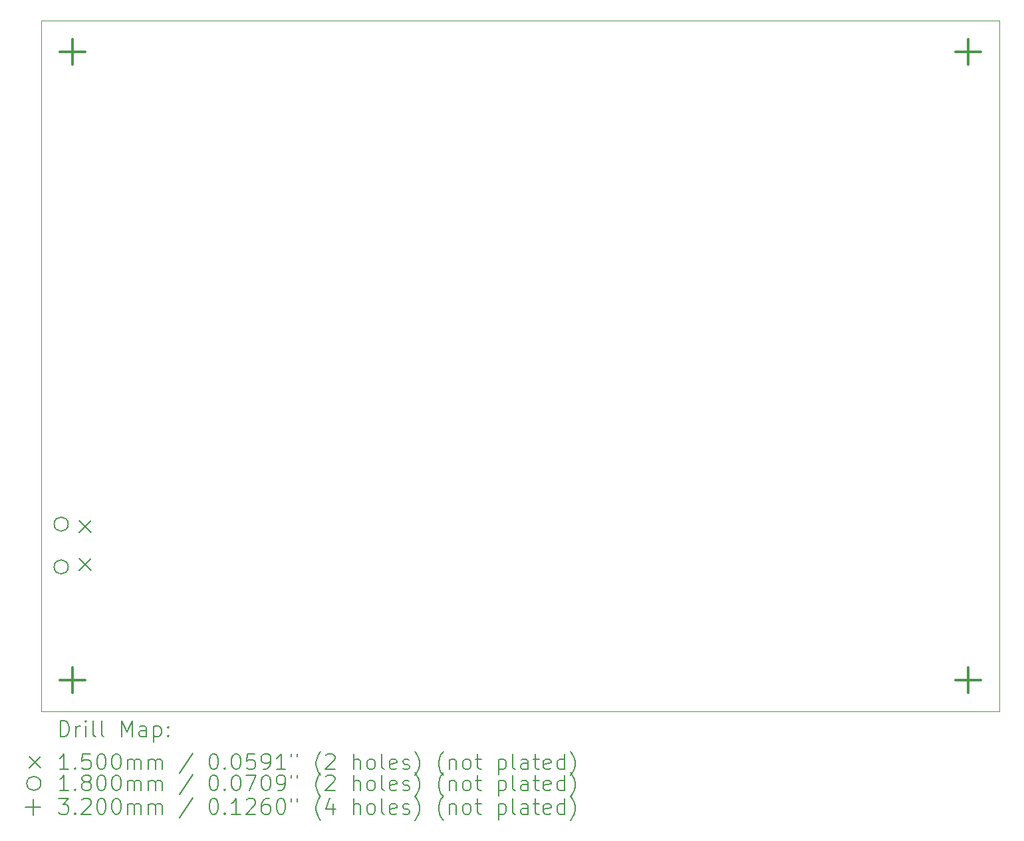
<source format=gbr>
%TF.GenerationSoftware,KiCad,Pcbnew,7.0.1*%
%TF.CreationDate,2023-04-21T09:20:27-07:00*%
%TF.ProjectId,lipo_drainer_schematic,6c69706f-5f64-4726-9169-6e65725f7363,rev?*%
%TF.SameCoordinates,Original*%
%TF.FileFunction,Drillmap*%
%TF.FilePolarity,Positive*%
%FSLAX45Y45*%
G04 Gerber Fmt 4.5, Leading zero omitted, Abs format (unit mm)*
G04 Created by KiCad (PCBNEW 7.0.1) date 2023-04-21 09:20:27*
%MOMM*%
%LPD*%
G01*
G04 APERTURE LIST*
%ADD10C,0.100000*%
%ADD11C,0.200000*%
%ADD12C,0.150000*%
%ADD13C,0.180000*%
%ADD14C,0.320000*%
G04 APERTURE END LIST*
D10*
X8800000Y-5000000D02*
X21000000Y-5000000D01*
X21000000Y-13800000D01*
X8800000Y-13800000D01*
X8800000Y-5000000D01*
D11*
D12*
X9281000Y-11368500D02*
X9431000Y-11518500D01*
X9431000Y-11368500D02*
X9281000Y-11518500D01*
X9281000Y-11853500D02*
X9431000Y-12003500D01*
X9431000Y-11853500D02*
X9281000Y-12003500D01*
D13*
X9143000Y-11413500D02*
G75*
G03*
X9143000Y-11413500I-90000J0D01*
G01*
X9143000Y-11958500D02*
G75*
G03*
X9143000Y-11958500I-90000J0D01*
G01*
D14*
X9200000Y-5240000D02*
X9200000Y-5560000D01*
X9040000Y-5400000D02*
X9360000Y-5400000D01*
X9200000Y-13240000D02*
X9200000Y-13560000D01*
X9040000Y-13400000D02*
X9360000Y-13400000D01*
X20600000Y-5240000D02*
X20600000Y-5560000D01*
X20440000Y-5400000D02*
X20760000Y-5400000D01*
X20600000Y-13240000D02*
X20600000Y-13560000D01*
X20440000Y-13400000D02*
X20760000Y-13400000D01*
D11*
X9042619Y-14117524D02*
X9042619Y-13917524D01*
X9042619Y-13917524D02*
X9090238Y-13917524D01*
X9090238Y-13917524D02*
X9118810Y-13927048D01*
X9118810Y-13927048D02*
X9137857Y-13946095D01*
X9137857Y-13946095D02*
X9147381Y-13965143D01*
X9147381Y-13965143D02*
X9156905Y-14003238D01*
X9156905Y-14003238D02*
X9156905Y-14031809D01*
X9156905Y-14031809D02*
X9147381Y-14069905D01*
X9147381Y-14069905D02*
X9137857Y-14088952D01*
X9137857Y-14088952D02*
X9118810Y-14108000D01*
X9118810Y-14108000D02*
X9090238Y-14117524D01*
X9090238Y-14117524D02*
X9042619Y-14117524D01*
X9242619Y-14117524D02*
X9242619Y-13984190D01*
X9242619Y-14022286D02*
X9252143Y-14003238D01*
X9252143Y-14003238D02*
X9261667Y-13993714D01*
X9261667Y-13993714D02*
X9280714Y-13984190D01*
X9280714Y-13984190D02*
X9299762Y-13984190D01*
X9366429Y-14117524D02*
X9366429Y-13984190D01*
X9366429Y-13917524D02*
X9356905Y-13927048D01*
X9356905Y-13927048D02*
X9366429Y-13936571D01*
X9366429Y-13936571D02*
X9375952Y-13927048D01*
X9375952Y-13927048D02*
X9366429Y-13917524D01*
X9366429Y-13917524D02*
X9366429Y-13936571D01*
X9490238Y-14117524D02*
X9471190Y-14108000D01*
X9471190Y-14108000D02*
X9461667Y-14088952D01*
X9461667Y-14088952D02*
X9461667Y-13917524D01*
X9595000Y-14117524D02*
X9575952Y-14108000D01*
X9575952Y-14108000D02*
X9566429Y-14088952D01*
X9566429Y-14088952D02*
X9566429Y-13917524D01*
X9823571Y-14117524D02*
X9823571Y-13917524D01*
X9823571Y-13917524D02*
X9890238Y-14060381D01*
X9890238Y-14060381D02*
X9956905Y-13917524D01*
X9956905Y-13917524D02*
X9956905Y-14117524D01*
X10137857Y-14117524D02*
X10137857Y-14012762D01*
X10137857Y-14012762D02*
X10128333Y-13993714D01*
X10128333Y-13993714D02*
X10109286Y-13984190D01*
X10109286Y-13984190D02*
X10071190Y-13984190D01*
X10071190Y-13984190D02*
X10052143Y-13993714D01*
X10137857Y-14108000D02*
X10118810Y-14117524D01*
X10118810Y-14117524D02*
X10071190Y-14117524D01*
X10071190Y-14117524D02*
X10052143Y-14108000D01*
X10052143Y-14108000D02*
X10042619Y-14088952D01*
X10042619Y-14088952D02*
X10042619Y-14069905D01*
X10042619Y-14069905D02*
X10052143Y-14050857D01*
X10052143Y-14050857D02*
X10071190Y-14041333D01*
X10071190Y-14041333D02*
X10118810Y-14041333D01*
X10118810Y-14041333D02*
X10137857Y-14031809D01*
X10233095Y-13984190D02*
X10233095Y-14184190D01*
X10233095Y-13993714D02*
X10252143Y-13984190D01*
X10252143Y-13984190D02*
X10290238Y-13984190D01*
X10290238Y-13984190D02*
X10309286Y-13993714D01*
X10309286Y-13993714D02*
X10318810Y-14003238D01*
X10318810Y-14003238D02*
X10328333Y-14022286D01*
X10328333Y-14022286D02*
X10328333Y-14079428D01*
X10328333Y-14079428D02*
X10318810Y-14098476D01*
X10318810Y-14098476D02*
X10309286Y-14108000D01*
X10309286Y-14108000D02*
X10290238Y-14117524D01*
X10290238Y-14117524D02*
X10252143Y-14117524D01*
X10252143Y-14117524D02*
X10233095Y-14108000D01*
X10414048Y-14098476D02*
X10423571Y-14108000D01*
X10423571Y-14108000D02*
X10414048Y-14117524D01*
X10414048Y-14117524D02*
X10404524Y-14108000D01*
X10404524Y-14108000D02*
X10414048Y-14098476D01*
X10414048Y-14098476D02*
X10414048Y-14117524D01*
X10414048Y-13993714D02*
X10423571Y-14003238D01*
X10423571Y-14003238D02*
X10414048Y-14012762D01*
X10414048Y-14012762D02*
X10404524Y-14003238D01*
X10404524Y-14003238D02*
X10414048Y-13993714D01*
X10414048Y-13993714D02*
X10414048Y-14012762D01*
D12*
X8645000Y-14370000D02*
X8795000Y-14520000D01*
X8795000Y-14370000D02*
X8645000Y-14520000D01*
D11*
X9147381Y-14537524D02*
X9033095Y-14537524D01*
X9090238Y-14537524D02*
X9090238Y-14337524D01*
X9090238Y-14337524D02*
X9071190Y-14366095D01*
X9071190Y-14366095D02*
X9052143Y-14385143D01*
X9052143Y-14385143D02*
X9033095Y-14394667D01*
X9233095Y-14518476D02*
X9242619Y-14528000D01*
X9242619Y-14528000D02*
X9233095Y-14537524D01*
X9233095Y-14537524D02*
X9223571Y-14528000D01*
X9223571Y-14528000D02*
X9233095Y-14518476D01*
X9233095Y-14518476D02*
X9233095Y-14537524D01*
X9423571Y-14337524D02*
X9328333Y-14337524D01*
X9328333Y-14337524D02*
X9318810Y-14432762D01*
X9318810Y-14432762D02*
X9328333Y-14423238D01*
X9328333Y-14423238D02*
X9347381Y-14413714D01*
X9347381Y-14413714D02*
X9395000Y-14413714D01*
X9395000Y-14413714D02*
X9414048Y-14423238D01*
X9414048Y-14423238D02*
X9423571Y-14432762D01*
X9423571Y-14432762D02*
X9433095Y-14451809D01*
X9433095Y-14451809D02*
X9433095Y-14499428D01*
X9433095Y-14499428D02*
X9423571Y-14518476D01*
X9423571Y-14518476D02*
X9414048Y-14528000D01*
X9414048Y-14528000D02*
X9395000Y-14537524D01*
X9395000Y-14537524D02*
X9347381Y-14537524D01*
X9347381Y-14537524D02*
X9328333Y-14528000D01*
X9328333Y-14528000D02*
X9318810Y-14518476D01*
X9556905Y-14337524D02*
X9575952Y-14337524D01*
X9575952Y-14337524D02*
X9595000Y-14347048D01*
X9595000Y-14347048D02*
X9604524Y-14356571D01*
X9604524Y-14356571D02*
X9614048Y-14375619D01*
X9614048Y-14375619D02*
X9623571Y-14413714D01*
X9623571Y-14413714D02*
X9623571Y-14461333D01*
X9623571Y-14461333D02*
X9614048Y-14499428D01*
X9614048Y-14499428D02*
X9604524Y-14518476D01*
X9604524Y-14518476D02*
X9595000Y-14528000D01*
X9595000Y-14528000D02*
X9575952Y-14537524D01*
X9575952Y-14537524D02*
X9556905Y-14537524D01*
X9556905Y-14537524D02*
X9537857Y-14528000D01*
X9537857Y-14528000D02*
X9528333Y-14518476D01*
X9528333Y-14518476D02*
X9518810Y-14499428D01*
X9518810Y-14499428D02*
X9509286Y-14461333D01*
X9509286Y-14461333D02*
X9509286Y-14413714D01*
X9509286Y-14413714D02*
X9518810Y-14375619D01*
X9518810Y-14375619D02*
X9528333Y-14356571D01*
X9528333Y-14356571D02*
X9537857Y-14347048D01*
X9537857Y-14347048D02*
X9556905Y-14337524D01*
X9747381Y-14337524D02*
X9766429Y-14337524D01*
X9766429Y-14337524D02*
X9785476Y-14347048D01*
X9785476Y-14347048D02*
X9795000Y-14356571D01*
X9795000Y-14356571D02*
X9804524Y-14375619D01*
X9804524Y-14375619D02*
X9814048Y-14413714D01*
X9814048Y-14413714D02*
X9814048Y-14461333D01*
X9814048Y-14461333D02*
X9804524Y-14499428D01*
X9804524Y-14499428D02*
X9795000Y-14518476D01*
X9795000Y-14518476D02*
X9785476Y-14528000D01*
X9785476Y-14528000D02*
X9766429Y-14537524D01*
X9766429Y-14537524D02*
X9747381Y-14537524D01*
X9747381Y-14537524D02*
X9728333Y-14528000D01*
X9728333Y-14528000D02*
X9718810Y-14518476D01*
X9718810Y-14518476D02*
X9709286Y-14499428D01*
X9709286Y-14499428D02*
X9699762Y-14461333D01*
X9699762Y-14461333D02*
X9699762Y-14413714D01*
X9699762Y-14413714D02*
X9709286Y-14375619D01*
X9709286Y-14375619D02*
X9718810Y-14356571D01*
X9718810Y-14356571D02*
X9728333Y-14347048D01*
X9728333Y-14347048D02*
X9747381Y-14337524D01*
X9899762Y-14537524D02*
X9899762Y-14404190D01*
X9899762Y-14423238D02*
X9909286Y-14413714D01*
X9909286Y-14413714D02*
X9928333Y-14404190D01*
X9928333Y-14404190D02*
X9956905Y-14404190D01*
X9956905Y-14404190D02*
X9975952Y-14413714D01*
X9975952Y-14413714D02*
X9985476Y-14432762D01*
X9985476Y-14432762D02*
X9985476Y-14537524D01*
X9985476Y-14432762D02*
X9995000Y-14413714D01*
X9995000Y-14413714D02*
X10014048Y-14404190D01*
X10014048Y-14404190D02*
X10042619Y-14404190D01*
X10042619Y-14404190D02*
X10061667Y-14413714D01*
X10061667Y-14413714D02*
X10071191Y-14432762D01*
X10071191Y-14432762D02*
X10071191Y-14537524D01*
X10166429Y-14537524D02*
X10166429Y-14404190D01*
X10166429Y-14423238D02*
X10175952Y-14413714D01*
X10175952Y-14413714D02*
X10195000Y-14404190D01*
X10195000Y-14404190D02*
X10223572Y-14404190D01*
X10223572Y-14404190D02*
X10242619Y-14413714D01*
X10242619Y-14413714D02*
X10252143Y-14432762D01*
X10252143Y-14432762D02*
X10252143Y-14537524D01*
X10252143Y-14432762D02*
X10261667Y-14413714D01*
X10261667Y-14413714D02*
X10280714Y-14404190D01*
X10280714Y-14404190D02*
X10309286Y-14404190D01*
X10309286Y-14404190D02*
X10328333Y-14413714D01*
X10328333Y-14413714D02*
X10337857Y-14432762D01*
X10337857Y-14432762D02*
X10337857Y-14537524D01*
X10728333Y-14328000D02*
X10556905Y-14585143D01*
X10985476Y-14337524D02*
X11004524Y-14337524D01*
X11004524Y-14337524D02*
X11023572Y-14347048D01*
X11023572Y-14347048D02*
X11033095Y-14356571D01*
X11033095Y-14356571D02*
X11042619Y-14375619D01*
X11042619Y-14375619D02*
X11052143Y-14413714D01*
X11052143Y-14413714D02*
X11052143Y-14461333D01*
X11052143Y-14461333D02*
X11042619Y-14499428D01*
X11042619Y-14499428D02*
X11033095Y-14518476D01*
X11033095Y-14518476D02*
X11023572Y-14528000D01*
X11023572Y-14528000D02*
X11004524Y-14537524D01*
X11004524Y-14537524D02*
X10985476Y-14537524D01*
X10985476Y-14537524D02*
X10966429Y-14528000D01*
X10966429Y-14528000D02*
X10956905Y-14518476D01*
X10956905Y-14518476D02*
X10947381Y-14499428D01*
X10947381Y-14499428D02*
X10937857Y-14461333D01*
X10937857Y-14461333D02*
X10937857Y-14413714D01*
X10937857Y-14413714D02*
X10947381Y-14375619D01*
X10947381Y-14375619D02*
X10956905Y-14356571D01*
X10956905Y-14356571D02*
X10966429Y-14347048D01*
X10966429Y-14347048D02*
X10985476Y-14337524D01*
X11137857Y-14518476D02*
X11147381Y-14528000D01*
X11147381Y-14528000D02*
X11137857Y-14537524D01*
X11137857Y-14537524D02*
X11128334Y-14528000D01*
X11128334Y-14528000D02*
X11137857Y-14518476D01*
X11137857Y-14518476D02*
X11137857Y-14537524D01*
X11271191Y-14337524D02*
X11290238Y-14337524D01*
X11290238Y-14337524D02*
X11309286Y-14347048D01*
X11309286Y-14347048D02*
X11318810Y-14356571D01*
X11318810Y-14356571D02*
X11328333Y-14375619D01*
X11328333Y-14375619D02*
X11337857Y-14413714D01*
X11337857Y-14413714D02*
X11337857Y-14461333D01*
X11337857Y-14461333D02*
X11328333Y-14499428D01*
X11328333Y-14499428D02*
X11318810Y-14518476D01*
X11318810Y-14518476D02*
X11309286Y-14528000D01*
X11309286Y-14528000D02*
X11290238Y-14537524D01*
X11290238Y-14537524D02*
X11271191Y-14537524D01*
X11271191Y-14537524D02*
X11252143Y-14528000D01*
X11252143Y-14528000D02*
X11242619Y-14518476D01*
X11242619Y-14518476D02*
X11233095Y-14499428D01*
X11233095Y-14499428D02*
X11223572Y-14461333D01*
X11223572Y-14461333D02*
X11223572Y-14413714D01*
X11223572Y-14413714D02*
X11233095Y-14375619D01*
X11233095Y-14375619D02*
X11242619Y-14356571D01*
X11242619Y-14356571D02*
X11252143Y-14347048D01*
X11252143Y-14347048D02*
X11271191Y-14337524D01*
X11518810Y-14337524D02*
X11423572Y-14337524D01*
X11423572Y-14337524D02*
X11414048Y-14432762D01*
X11414048Y-14432762D02*
X11423572Y-14423238D01*
X11423572Y-14423238D02*
X11442619Y-14413714D01*
X11442619Y-14413714D02*
X11490238Y-14413714D01*
X11490238Y-14413714D02*
X11509286Y-14423238D01*
X11509286Y-14423238D02*
X11518810Y-14432762D01*
X11518810Y-14432762D02*
X11528333Y-14451809D01*
X11528333Y-14451809D02*
X11528333Y-14499428D01*
X11528333Y-14499428D02*
X11518810Y-14518476D01*
X11518810Y-14518476D02*
X11509286Y-14528000D01*
X11509286Y-14528000D02*
X11490238Y-14537524D01*
X11490238Y-14537524D02*
X11442619Y-14537524D01*
X11442619Y-14537524D02*
X11423572Y-14528000D01*
X11423572Y-14528000D02*
X11414048Y-14518476D01*
X11623572Y-14537524D02*
X11661667Y-14537524D01*
X11661667Y-14537524D02*
X11680714Y-14528000D01*
X11680714Y-14528000D02*
X11690238Y-14518476D01*
X11690238Y-14518476D02*
X11709286Y-14489905D01*
X11709286Y-14489905D02*
X11718810Y-14451809D01*
X11718810Y-14451809D02*
X11718810Y-14375619D01*
X11718810Y-14375619D02*
X11709286Y-14356571D01*
X11709286Y-14356571D02*
X11699762Y-14347048D01*
X11699762Y-14347048D02*
X11680714Y-14337524D01*
X11680714Y-14337524D02*
X11642619Y-14337524D01*
X11642619Y-14337524D02*
X11623572Y-14347048D01*
X11623572Y-14347048D02*
X11614048Y-14356571D01*
X11614048Y-14356571D02*
X11604524Y-14375619D01*
X11604524Y-14375619D02*
X11604524Y-14423238D01*
X11604524Y-14423238D02*
X11614048Y-14442286D01*
X11614048Y-14442286D02*
X11623572Y-14451809D01*
X11623572Y-14451809D02*
X11642619Y-14461333D01*
X11642619Y-14461333D02*
X11680714Y-14461333D01*
X11680714Y-14461333D02*
X11699762Y-14451809D01*
X11699762Y-14451809D02*
X11709286Y-14442286D01*
X11709286Y-14442286D02*
X11718810Y-14423238D01*
X11909286Y-14537524D02*
X11795000Y-14537524D01*
X11852143Y-14537524D02*
X11852143Y-14337524D01*
X11852143Y-14337524D02*
X11833095Y-14366095D01*
X11833095Y-14366095D02*
X11814048Y-14385143D01*
X11814048Y-14385143D02*
X11795000Y-14394667D01*
X11985476Y-14337524D02*
X11985476Y-14375619D01*
X12061667Y-14337524D02*
X12061667Y-14375619D01*
X12356905Y-14613714D02*
X12347381Y-14604190D01*
X12347381Y-14604190D02*
X12328334Y-14575619D01*
X12328334Y-14575619D02*
X12318810Y-14556571D01*
X12318810Y-14556571D02*
X12309286Y-14528000D01*
X12309286Y-14528000D02*
X12299762Y-14480381D01*
X12299762Y-14480381D02*
X12299762Y-14442286D01*
X12299762Y-14442286D02*
X12309286Y-14394667D01*
X12309286Y-14394667D02*
X12318810Y-14366095D01*
X12318810Y-14366095D02*
X12328334Y-14347048D01*
X12328334Y-14347048D02*
X12347381Y-14318476D01*
X12347381Y-14318476D02*
X12356905Y-14308952D01*
X12423572Y-14356571D02*
X12433095Y-14347048D01*
X12433095Y-14347048D02*
X12452143Y-14337524D01*
X12452143Y-14337524D02*
X12499762Y-14337524D01*
X12499762Y-14337524D02*
X12518810Y-14347048D01*
X12518810Y-14347048D02*
X12528334Y-14356571D01*
X12528334Y-14356571D02*
X12537857Y-14375619D01*
X12537857Y-14375619D02*
X12537857Y-14394667D01*
X12537857Y-14394667D02*
X12528334Y-14423238D01*
X12528334Y-14423238D02*
X12414048Y-14537524D01*
X12414048Y-14537524D02*
X12537857Y-14537524D01*
X12775953Y-14537524D02*
X12775953Y-14337524D01*
X12861667Y-14537524D02*
X12861667Y-14432762D01*
X12861667Y-14432762D02*
X12852143Y-14413714D01*
X12852143Y-14413714D02*
X12833096Y-14404190D01*
X12833096Y-14404190D02*
X12804524Y-14404190D01*
X12804524Y-14404190D02*
X12785476Y-14413714D01*
X12785476Y-14413714D02*
X12775953Y-14423238D01*
X12985476Y-14537524D02*
X12966429Y-14528000D01*
X12966429Y-14528000D02*
X12956905Y-14518476D01*
X12956905Y-14518476D02*
X12947381Y-14499428D01*
X12947381Y-14499428D02*
X12947381Y-14442286D01*
X12947381Y-14442286D02*
X12956905Y-14423238D01*
X12956905Y-14423238D02*
X12966429Y-14413714D01*
X12966429Y-14413714D02*
X12985476Y-14404190D01*
X12985476Y-14404190D02*
X13014048Y-14404190D01*
X13014048Y-14404190D02*
X13033096Y-14413714D01*
X13033096Y-14413714D02*
X13042619Y-14423238D01*
X13042619Y-14423238D02*
X13052143Y-14442286D01*
X13052143Y-14442286D02*
X13052143Y-14499428D01*
X13052143Y-14499428D02*
X13042619Y-14518476D01*
X13042619Y-14518476D02*
X13033096Y-14528000D01*
X13033096Y-14528000D02*
X13014048Y-14537524D01*
X13014048Y-14537524D02*
X12985476Y-14537524D01*
X13166429Y-14537524D02*
X13147381Y-14528000D01*
X13147381Y-14528000D02*
X13137857Y-14508952D01*
X13137857Y-14508952D02*
X13137857Y-14337524D01*
X13318810Y-14528000D02*
X13299762Y-14537524D01*
X13299762Y-14537524D02*
X13261667Y-14537524D01*
X13261667Y-14537524D02*
X13242619Y-14528000D01*
X13242619Y-14528000D02*
X13233096Y-14508952D01*
X13233096Y-14508952D02*
X13233096Y-14432762D01*
X13233096Y-14432762D02*
X13242619Y-14413714D01*
X13242619Y-14413714D02*
X13261667Y-14404190D01*
X13261667Y-14404190D02*
X13299762Y-14404190D01*
X13299762Y-14404190D02*
X13318810Y-14413714D01*
X13318810Y-14413714D02*
X13328334Y-14432762D01*
X13328334Y-14432762D02*
X13328334Y-14451809D01*
X13328334Y-14451809D02*
X13233096Y-14470857D01*
X13404524Y-14528000D02*
X13423572Y-14537524D01*
X13423572Y-14537524D02*
X13461667Y-14537524D01*
X13461667Y-14537524D02*
X13480715Y-14528000D01*
X13480715Y-14528000D02*
X13490238Y-14508952D01*
X13490238Y-14508952D02*
X13490238Y-14499428D01*
X13490238Y-14499428D02*
X13480715Y-14480381D01*
X13480715Y-14480381D02*
X13461667Y-14470857D01*
X13461667Y-14470857D02*
X13433096Y-14470857D01*
X13433096Y-14470857D02*
X13414048Y-14461333D01*
X13414048Y-14461333D02*
X13404524Y-14442286D01*
X13404524Y-14442286D02*
X13404524Y-14432762D01*
X13404524Y-14432762D02*
X13414048Y-14413714D01*
X13414048Y-14413714D02*
X13433096Y-14404190D01*
X13433096Y-14404190D02*
X13461667Y-14404190D01*
X13461667Y-14404190D02*
X13480715Y-14413714D01*
X13556905Y-14613714D02*
X13566429Y-14604190D01*
X13566429Y-14604190D02*
X13585477Y-14575619D01*
X13585477Y-14575619D02*
X13595000Y-14556571D01*
X13595000Y-14556571D02*
X13604524Y-14528000D01*
X13604524Y-14528000D02*
X13614048Y-14480381D01*
X13614048Y-14480381D02*
X13614048Y-14442286D01*
X13614048Y-14442286D02*
X13604524Y-14394667D01*
X13604524Y-14394667D02*
X13595000Y-14366095D01*
X13595000Y-14366095D02*
X13585477Y-14347048D01*
X13585477Y-14347048D02*
X13566429Y-14318476D01*
X13566429Y-14318476D02*
X13556905Y-14308952D01*
X13918810Y-14613714D02*
X13909286Y-14604190D01*
X13909286Y-14604190D02*
X13890238Y-14575619D01*
X13890238Y-14575619D02*
X13880715Y-14556571D01*
X13880715Y-14556571D02*
X13871191Y-14528000D01*
X13871191Y-14528000D02*
X13861667Y-14480381D01*
X13861667Y-14480381D02*
X13861667Y-14442286D01*
X13861667Y-14442286D02*
X13871191Y-14394667D01*
X13871191Y-14394667D02*
X13880715Y-14366095D01*
X13880715Y-14366095D02*
X13890238Y-14347048D01*
X13890238Y-14347048D02*
X13909286Y-14318476D01*
X13909286Y-14318476D02*
X13918810Y-14308952D01*
X13995000Y-14404190D02*
X13995000Y-14537524D01*
X13995000Y-14423238D02*
X14004524Y-14413714D01*
X14004524Y-14413714D02*
X14023572Y-14404190D01*
X14023572Y-14404190D02*
X14052143Y-14404190D01*
X14052143Y-14404190D02*
X14071191Y-14413714D01*
X14071191Y-14413714D02*
X14080715Y-14432762D01*
X14080715Y-14432762D02*
X14080715Y-14537524D01*
X14204524Y-14537524D02*
X14185477Y-14528000D01*
X14185477Y-14528000D02*
X14175953Y-14518476D01*
X14175953Y-14518476D02*
X14166429Y-14499428D01*
X14166429Y-14499428D02*
X14166429Y-14442286D01*
X14166429Y-14442286D02*
X14175953Y-14423238D01*
X14175953Y-14423238D02*
X14185477Y-14413714D01*
X14185477Y-14413714D02*
X14204524Y-14404190D01*
X14204524Y-14404190D02*
X14233096Y-14404190D01*
X14233096Y-14404190D02*
X14252143Y-14413714D01*
X14252143Y-14413714D02*
X14261667Y-14423238D01*
X14261667Y-14423238D02*
X14271191Y-14442286D01*
X14271191Y-14442286D02*
X14271191Y-14499428D01*
X14271191Y-14499428D02*
X14261667Y-14518476D01*
X14261667Y-14518476D02*
X14252143Y-14528000D01*
X14252143Y-14528000D02*
X14233096Y-14537524D01*
X14233096Y-14537524D02*
X14204524Y-14537524D01*
X14328334Y-14404190D02*
X14404524Y-14404190D01*
X14356905Y-14337524D02*
X14356905Y-14508952D01*
X14356905Y-14508952D02*
X14366429Y-14528000D01*
X14366429Y-14528000D02*
X14385477Y-14537524D01*
X14385477Y-14537524D02*
X14404524Y-14537524D01*
X14623572Y-14404190D02*
X14623572Y-14604190D01*
X14623572Y-14413714D02*
X14642619Y-14404190D01*
X14642619Y-14404190D02*
X14680715Y-14404190D01*
X14680715Y-14404190D02*
X14699762Y-14413714D01*
X14699762Y-14413714D02*
X14709286Y-14423238D01*
X14709286Y-14423238D02*
X14718810Y-14442286D01*
X14718810Y-14442286D02*
X14718810Y-14499428D01*
X14718810Y-14499428D02*
X14709286Y-14518476D01*
X14709286Y-14518476D02*
X14699762Y-14528000D01*
X14699762Y-14528000D02*
X14680715Y-14537524D01*
X14680715Y-14537524D02*
X14642619Y-14537524D01*
X14642619Y-14537524D02*
X14623572Y-14528000D01*
X14833096Y-14537524D02*
X14814048Y-14528000D01*
X14814048Y-14528000D02*
X14804524Y-14508952D01*
X14804524Y-14508952D02*
X14804524Y-14337524D01*
X14995000Y-14537524D02*
X14995000Y-14432762D01*
X14995000Y-14432762D02*
X14985477Y-14413714D01*
X14985477Y-14413714D02*
X14966429Y-14404190D01*
X14966429Y-14404190D02*
X14928334Y-14404190D01*
X14928334Y-14404190D02*
X14909286Y-14413714D01*
X14995000Y-14528000D02*
X14975953Y-14537524D01*
X14975953Y-14537524D02*
X14928334Y-14537524D01*
X14928334Y-14537524D02*
X14909286Y-14528000D01*
X14909286Y-14528000D02*
X14899762Y-14508952D01*
X14899762Y-14508952D02*
X14899762Y-14489905D01*
X14899762Y-14489905D02*
X14909286Y-14470857D01*
X14909286Y-14470857D02*
X14928334Y-14461333D01*
X14928334Y-14461333D02*
X14975953Y-14461333D01*
X14975953Y-14461333D02*
X14995000Y-14451809D01*
X15061667Y-14404190D02*
X15137858Y-14404190D01*
X15090239Y-14337524D02*
X15090239Y-14508952D01*
X15090239Y-14508952D02*
X15099762Y-14528000D01*
X15099762Y-14528000D02*
X15118810Y-14537524D01*
X15118810Y-14537524D02*
X15137858Y-14537524D01*
X15280715Y-14528000D02*
X15261667Y-14537524D01*
X15261667Y-14537524D02*
X15223572Y-14537524D01*
X15223572Y-14537524D02*
X15204524Y-14528000D01*
X15204524Y-14528000D02*
X15195000Y-14508952D01*
X15195000Y-14508952D02*
X15195000Y-14432762D01*
X15195000Y-14432762D02*
X15204524Y-14413714D01*
X15204524Y-14413714D02*
X15223572Y-14404190D01*
X15223572Y-14404190D02*
X15261667Y-14404190D01*
X15261667Y-14404190D02*
X15280715Y-14413714D01*
X15280715Y-14413714D02*
X15290239Y-14432762D01*
X15290239Y-14432762D02*
X15290239Y-14451809D01*
X15290239Y-14451809D02*
X15195000Y-14470857D01*
X15461667Y-14537524D02*
X15461667Y-14337524D01*
X15461667Y-14528000D02*
X15442620Y-14537524D01*
X15442620Y-14537524D02*
X15404524Y-14537524D01*
X15404524Y-14537524D02*
X15385477Y-14528000D01*
X15385477Y-14528000D02*
X15375953Y-14518476D01*
X15375953Y-14518476D02*
X15366429Y-14499428D01*
X15366429Y-14499428D02*
X15366429Y-14442286D01*
X15366429Y-14442286D02*
X15375953Y-14423238D01*
X15375953Y-14423238D02*
X15385477Y-14413714D01*
X15385477Y-14413714D02*
X15404524Y-14404190D01*
X15404524Y-14404190D02*
X15442620Y-14404190D01*
X15442620Y-14404190D02*
X15461667Y-14413714D01*
X15537858Y-14613714D02*
X15547381Y-14604190D01*
X15547381Y-14604190D02*
X15566429Y-14575619D01*
X15566429Y-14575619D02*
X15575953Y-14556571D01*
X15575953Y-14556571D02*
X15585477Y-14528000D01*
X15585477Y-14528000D02*
X15595000Y-14480381D01*
X15595000Y-14480381D02*
X15595000Y-14442286D01*
X15595000Y-14442286D02*
X15585477Y-14394667D01*
X15585477Y-14394667D02*
X15575953Y-14366095D01*
X15575953Y-14366095D02*
X15566429Y-14347048D01*
X15566429Y-14347048D02*
X15547381Y-14318476D01*
X15547381Y-14318476D02*
X15537858Y-14308952D01*
D13*
X8795000Y-14715000D02*
G75*
G03*
X8795000Y-14715000I-90000J0D01*
G01*
D11*
X9147381Y-14807524D02*
X9033095Y-14807524D01*
X9090238Y-14807524D02*
X9090238Y-14607524D01*
X9090238Y-14607524D02*
X9071190Y-14636095D01*
X9071190Y-14636095D02*
X9052143Y-14655143D01*
X9052143Y-14655143D02*
X9033095Y-14664667D01*
X9233095Y-14788476D02*
X9242619Y-14798000D01*
X9242619Y-14798000D02*
X9233095Y-14807524D01*
X9233095Y-14807524D02*
X9223571Y-14798000D01*
X9223571Y-14798000D02*
X9233095Y-14788476D01*
X9233095Y-14788476D02*
X9233095Y-14807524D01*
X9356905Y-14693238D02*
X9337857Y-14683714D01*
X9337857Y-14683714D02*
X9328333Y-14674190D01*
X9328333Y-14674190D02*
X9318810Y-14655143D01*
X9318810Y-14655143D02*
X9318810Y-14645619D01*
X9318810Y-14645619D02*
X9328333Y-14626571D01*
X9328333Y-14626571D02*
X9337857Y-14617048D01*
X9337857Y-14617048D02*
X9356905Y-14607524D01*
X9356905Y-14607524D02*
X9395000Y-14607524D01*
X9395000Y-14607524D02*
X9414048Y-14617048D01*
X9414048Y-14617048D02*
X9423571Y-14626571D01*
X9423571Y-14626571D02*
X9433095Y-14645619D01*
X9433095Y-14645619D02*
X9433095Y-14655143D01*
X9433095Y-14655143D02*
X9423571Y-14674190D01*
X9423571Y-14674190D02*
X9414048Y-14683714D01*
X9414048Y-14683714D02*
X9395000Y-14693238D01*
X9395000Y-14693238D02*
X9356905Y-14693238D01*
X9356905Y-14693238D02*
X9337857Y-14702762D01*
X9337857Y-14702762D02*
X9328333Y-14712286D01*
X9328333Y-14712286D02*
X9318810Y-14731333D01*
X9318810Y-14731333D02*
X9318810Y-14769428D01*
X9318810Y-14769428D02*
X9328333Y-14788476D01*
X9328333Y-14788476D02*
X9337857Y-14798000D01*
X9337857Y-14798000D02*
X9356905Y-14807524D01*
X9356905Y-14807524D02*
X9395000Y-14807524D01*
X9395000Y-14807524D02*
X9414048Y-14798000D01*
X9414048Y-14798000D02*
X9423571Y-14788476D01*
X9423571Y-14788476D02*
X9433095Y-14769428D01*
X9433095Y-14769428D02*
X9433095Y-14731333D01*
X9433095Y-14731333D02*
X9423571Y-14712286D01*
X9423571Y-14712286D02*
X9414048Y-14702762D01*
X9414048Y-14702762D02*
X9395000Y-14693238D01*
X9556905Y-14607524D02*
X9575952Y-14607524D01*
X9575952Y-14607524D02*
X9595000Y-14617048D01*
X9595000Y-14617048D02*
X9604524Y-14626571D01*
X9604524Y-14626571D02*
X9614048Y-14645619D01*
X9614048Y-14645619D02*
X9623571Y-14683714D01*
X9623571Y-14683714D02*
X9623571Y-14731333D01*
X9623571Y-14731333D02*
X9614048Y-14769428D01*
X9614048Y-14769428D02*
X9604524Y-14788476D01*
X9604524Y-14788476D02*
X9595000Y-14798000D01*
X9595000Y-14798000D02*
X9575952Y-14807524D01*
X9575952Y-14807524D02*
X9556905Y-14807524D01*
X9556905Y-14807524D02*
X9537857Y-14798000D01*
X9537857Y-14798000D02*
X9528333Y-14788476D01*
X9528333Y-14788476D02*
X9518810Y-14769428D01*
X9518810Y-14769428D02*
X9509286Y-14731333D01*
X9509286Y-14731333D02*
X9509286Y-14683714D01*
X9509286Y-14683714D02*
X9518810Y-14645619D01*
X9518810Y-14645619D02*
X9528333Y-14626571D01*
X9528333Y-14626571D02*
X9537857Y-14617048D01*
X9537857Y-14617048D02*
X9556905Y-14607524D01*
X9747381Y-14607524D02*
X9766429Y-14607524D01*
X9766429Y-14607524D02*
X9785476Y-14617048D01*
X9785476Y-14617048D02*
X9795000Y-14626571D01*
X9795000Y-14626571D02*
X9804524Y-14645619D01*
X9804524Y-14645619D02*
X9814048Y-14683714D01*
X9814048Y-14683714D02*
X9814048Y-14731333D01*
X9814048Y-14731333D02*
X9804524Y-14769428D01*
X9804524Y-14769428D02*
X9795000Y-14788476D01*
X9795000Y-14788476D02*
X9785476Y-14798000D01*
X9785476Y-14798000D02*
X9766429Y-14807524D01*
X9766429Y-14807524D02*
X9747381Y-14807524D01*
X9747381Y-14807524D02*
X9728333Y-14798000D01*
X9728333Y-14798000D02*
X9718810Y-14788476D01*
X9718810Y-14788476D02*
X9709286Y-14769428D01*
X9709286Y-14769428D02*
X9699762Y-14731333D01*
X9699762Y-14731333D02*
X9699762Y-14683714D01*
X9699762Y-14683714D02*
X9709286Y-14645619D01*
X9709286Y-14645619D02*
X9718810Y-14626571D01*
X9718810Y-14626571D02*
X9728333Y-14617048D01*
X9728333Y-14617048D02*
X9747381Y-14607524D01*
X9899762Y-14807524D02*
X9899762Y-14674190D01*
X9899762Y-14693238D02*
X9909286Y-14683714D01*
X9909286Y-14683714D02*
X9928333Y-14674190D01*
X9928333Y-14674190D02*
X9956905Y-14674190D01*
X9956905Y-14674190D02*
X9975952Y-14683714D01*
X9975952Y-14683714D02*
X9985476Y-14702762D01*
X9985476Y-14702762D02*
X9985476Y-14807524D01*
X9985476Y-14702762D02*
X9995000Y-14683714D01*
X9995000Y-14683714D02*
X10014048Y-14674190D01*
X10014048Y-14674190D02*
X10042619Y-14674190D01*
X10042619Y-14674190D02*
X10061667Y-14683714D01*
X10061667Y-14683714D02*
X10071191Y-14702762D01*
X10071191Y-14702762D02*
X10071191Y-14807524D01*
X10166429Y-14807524D02*
X10166429Y-14674190D01*
X10166429Y-14693238D02*
X10175952Y-14683714D01*
X10175952Y-14683714D02*
X10195000Y-14674190D01*
X10195000Y-14674190D02*
X10223572Y-14674190D01*
X10223572Y-14674190D02*
X10242619Y-14683714D01*
X10242619Y-14683714D02*
X10252143Y-14702762D01*
X10252143Y-14702762D02*
X10252143Y-14807524D01*
X10252143Y-14702762D02*
X10261667Y-14683714D01*
X10261667Y-14683714D02*
X10280714Y-14674190D01*
X10280714Y-14674190D02*
X10309286Y-14674190D01*
X10309286Y-14674190D02*
X10328333Y-14683714D01*
X10328333Y-14683714D02*
X10337857Y-14702762D01*
X10337857Y-14702762D02*
X10337857Y-14807524D01*
X10728333Y-14598000D02*
X10556905Y-14855143D01*
X10985476Y-14607524D02*
X11004524Y-14607524D01*
X11004524Y-14607524D02*
X11023572Y-14617048D01*
X11023572Y-14617048D02*
X11033095Y-14626571D01*
X11033095Y-14626571D02*
X11042619Y-14645619D01*
X11042619Y-14645619D02*
X11052143Y-14683714D01*
X11052143Y-14683714D02*
X11052143Y-14731333D01*
X11052143Y-14731333D02*
X11042619Y-14769428D01*
X11042619Y-14769428D02*
X11033095Y-14788476D01*
X11033095Y-14788476D02*
X11023572Y-14798000D01*
X11023572Y-14798000D02*
X11004524Y-14807524D01*
X11004524Y-14807524D02*
X10985476Y-14807524D01*
X10985476Y-14807524D02*
X10966429Y-14798000D01*
X10966429Y-14798000D02*
X10956905Y-14788476D01*
X10956905Y-14788476D02*
X10947381Y-14769428D01*
X10947381Y-14769428D02*
X10937857Y-14731333D01*
X10937857Y-14731333D02*
X10937857Y-14683714D01*
X10937857Y-14683714D02*
X10947381Y-14645619D01*
X10947381Y-14645619D02*
X10956905Y-14626571D01*
X10956905Y-14626571D02*
X10966429Y-14617048D01*
X10966429Y-14617048D02*
X10985476Y-14607524D01*
X11137857Y-14788476D02*
X11147381Y-14798000D01*
X11147381Y-14798000D02*
X11137857Y-14807524D01*
X11137857Y-14807524D02*
X11128334Y-14798000D01*
X11128334Y-14798000D02*
X11137857Y-14788476D01*
X11137857Y-14788476D02*
X11137857Y-14807524D01*
X11271191Y-14607524D02*
X11290238Y-14607524D01*
X11290238Y-14607524D02*
X11309286Y-14617048D01*
X11309286Y-14617048D02*
X11318810Y-14626571D01*
X11318810Y-14626571D02*
X11328333Y-14645619D01*
X11328333Y-14645619D02*
X11337857Y-14683714D01*
X11337857Y-14683714D02*
X11337857Y-14731333D01*
X11337857Y-14731333D02*
X11328333Y-14769428D01*
X11328333Y-14769428D02*
X11318810Y-14788476D01*
X11318810Y-14788476D02*
X11309286Y-14798000D01*
X11309286Y-14798000D02*
X11290238Y-14807524D01*
X11290238Y-14807524D02*
X11271191Y-14807524D01*
X11271191Y-14807524D02*
X11252143Y-14798000D01*
X11252143Y-14798000D02*
X11242619Y-14788476D01*
X11242619Y-14788476D02*
X11233095Y-14769428D01*
X11233095Y-14769428D02*
X11223572Y-14731333D01*
X11223572Y-14731333D02*
X11223572Y-14683714D01*
X11223572Y-14683714D02*
X11233095Y-14645619D01*
X11233095Y-14645619D02*
X11242619Y-14626571D01*
X11242619Y-14626571D02*
X11252143Y-14617048D01*
X11252143Y-14617048D02*
X11271191Y-14607524D01*
X11404524Y-14607524D02*
X11537857Y-14607524D01*
X11537857Y-14607524D02*
X11452143Y-14807524D01*
X11652143Y-14607524D02*
X11671191Y-14607524D01*
X11671191Y-14607524D02*
X11690238Y-14617048D01*
X11690238Y-14617048D02*
X11699762Y-14626571D01*
X11699762Y-14626571D02*
X11709286Y-14645619D01*
X11709286Y-14645619D02*
X11718810Y-14683714D01*
X11718810Y-14683714D02*
X11718810Y-14731333D01*
X11718810Y-14731333D02*
X11709286Y-14769428D01*
X11709286Y-14769428D02*
X11699762Y-14788476D01*
X11699762Y-14788476D02*
X11690238Y-14798000D01*
X11690238Y-14798000D02*
X11671191Y-14807524D01*
X11671191Y-14807524D02*
X11652143Y-14807524D01*
X11652143Y-14807524D02*
X11633095Y-14798000D01*
X11633095Y-14798000D02*
X11623572Y-14788476D01*
X11623572Y-14788476D02*
X11614048Y-14769428D01*
X11614048Y-14769428D02*
X11604524Y-14731333D01*
X11604524Y-14731333D02*
X11604524Y-14683714D01*
X11604524Y-14683714D02*
X11614048Y-14645619D01*
X11614048Y-14645619D02*
X11623572Y-14626571D01*
X11623572Y-14626571D02*
X11633095Y-14617048D01*
X11633095Y-14617048D02*
X11652143Y-14607524D01*
X11814048Y-14807524D02*
X11852143Y-14807524D01*
X11852143Y-14807524D02*
X11871191Y-14798000D01*
X11871191Y-14798000D02*
X11880714Y-14788476D01*
X11880714Y-14788476D02*
X11899762Y-14759905D01*
X11899762Y-14759905D02*
X11909286Y-14721809D01*
X11909286Y-14721809D02*
X11909286Y-14645619D01*
X11909286Y-14645619D02*
X11899762Y-14626571D01*
X11899762Y-14626571D02*
X11890238Y-14617048D01*
X11890238Y-14617048D02*
X11871191Y-14607524D01*
X11871191Y-14607524D02*
X11833095Y-14607524D01*
X11833095Y-14607524D02*
X11814048Y-14617048D01*
X11814048Y-14617048D02*
X11804524Y-14626571D01*
X11804524Y-14626571D02*
X11795000Y-14645619D01*
X11795000Y-14645619D02*
X11795000Y-14693238D01*
X11795000Y-14693238D02*
X11804524Y-14712286D01*
X11804524Y-14712286D02*
X11814048Y-14721809D01*
X11814048Y-14721809D02*
X11833095Y-14731333D01*
X11833095Y-14731333D02*
X11871191Y-14731333D01*
X11871191Y-14731333D02*
X11890238Y-14721809D01*
X11890238Y-14721809D02*
X11899762Y-14712286D01*
X11899762Y-14712286D02*
X11909286Y-14693238D01*
X11985476Y-14607524D02*
X11985476Y-14645619D01*
X12061667Y-14607524D02*
X12061667Y-14645619D01*
X12356905Y-14883714D02*
X12347381Y-14874190D01*
X12347381Y-14874190D02*
X12328334Y-14845619D01*
X12328334Y-14845619D02*
X12318810Y-14826571D01*
X12318810Y-14826571D02*
X12309286Y-14798000D01*
X12309286Y-14798000D02*
X12299762Y-14750381D01*
X12299762Y-14750381D02*
X12299762Y-14712286D01*
X12299762Y-14712286D02*
X12309286Y-14664667D01*
X12309286Y-14664667D02*
X12318810Y-14636095D01*
X12318810Y-14636095D02*
X12328334Y-14617048D01*
X12328334Y-14617048D02*
X12347381Y-14588476D01*
X12347381Y-14588476D02*
X12356905Y-14578952D01*
X12423572Y-14626571D02*
X12433095Y-14617048D01*
X12433095Y-14617048D02*
X12452143Y-14607524D01*
X12452143Y-14607524D02*
X12499762Y-14607524D01*
X12499762Y-14607524D02*
X12518810Y-14617048D01*
X12518810Y-14617048D02*
X12528334Y-14626571D01*
X12528334Y-14626571D02*
X12537857Y-14645619D01*
X12537857Y-14645619D02*
X12537857Y-14664667D01*
X12537857Y-14664667D02*
X12528334Y-14693238D01*
X12528334Y-14693238D02*
X12414048Y-14807524D01*
X12414048Y-14807524D02*
X12537857Y-14807524D01*
X12775953Y-14807524D02*
X12775953Y-14607524D01*
X12861667Y-14807524D02*
X12861667Y-14702762D01*
X12861667Y-14702762D02*
X12852143Y-14683714D01*
X12852143Y-14683714D02*
X12833096Y-14674190D01*
X12833096Y-14674190D02*
X12804524Y-14674190D01*
X12804524Y-14674190D02*
X12785476Y-14683714D01*
X12785476Y-14683714D02*
X12775953Y-14693238D01*
X12985476Y-14807524D02*
X12966429Y-14798000D01*
X12966429Y-14798000D02*
X12956905Y-14788476D01*
X12956905Y-14788476D02*
X12947381Y-14769428D01*
X12947381Y-14769428D02*
X12947381Y-14712286D01*
X12947381Y-14712286D02*
X12956905Y-14693238D01*
X12956905Y-14693238D02*
X12966429Y-14683714D01*
X12966429Y-14683714D02*
X12985476Y-14674190D01*
X12985476Y-14674190D02*
X13014048Y-14674190D01*
X13014048Y-14674190D02*
X13033096Y-14683714D01*
X13033096Y-14683714D02*
X13042619Y-14693238D01*
X13042619Y-14693238D02*
X13052143Y-14712286D01*
X13052143Y-14712286D02*
X13052143Y-14769428D01*
X13052143Y-14769428D02*
X13042619Y-14788476D01*
X13042619Y-14788476D02*
X13033096Y-14798000D01*
X13033096Y-14798000D02*
X13014048Y-14807524D01*
X13014048Y-14807524D02*
X12985476Y-14807524D01*
X13166429Y-14807524D02*
X13147381Y-14798000D01*
X13147381Y-14798000D02*
X13137857Y-14778952D01*
X13137857Y-14778952D02*
X13137857Y-14607524D01*
X13318810Y-14798000D02*
X13299762Y-14807524D01*
X13299762Y-14807524D02*
X13261667Y-14807524D01*
X13261667Y-14807524D02*
X13242619Y-14798000D01*
X13242619Y-14798000D02*
X13233096Y-14778952D01*
X13233096Y-14778952D02*
X13233096Y-14702762D01*
X13233096Y-14702762D02*
X13242619Y-14683714D01*
X13242619Y-14683714D02*
X13261667Y-14674190D01*
X13261667Y-14674190D02*
X13299762Y-14674190D01*
X13299762Y-14674190D02*
X13318810Y-14683714D01*
X13318810Y-14683714D02*
X13328334Y-14702762D01*
X13328334Y-14702762D02*
X13328334Y-14721809D01*
X13328334Y-14721809D02*
X13233096Y-14740857D01*
X13404524Y-14798000D02*
X13423572Y-14807524D01*
X13423572Y-14807524D02*
X13461667Y-14807524D01*
X13461667Y-14807524D02*
X13480715Y-14798000D01*
X13480715Y-14798000D02*
X13490238Y-14778952D01*
X13490238Y-14778952D02*
X13490238Y-14769428D01*
X13490238Y-14769428D02*
X13480715Y-14750381D01*
X13480715Y-14750381D02*
X13461667Y-14740857D01*
X13461667Y-14740857D02*
X13433096Y-14740857D01*
X13433096Y-14740857D02*
X13414048Y-14731333D01*
X13414048Y-14731333D02*
X13404524Y-14712286D01*
X13404524Y-14712286D02*
X13404524Y-14702762D01*
X13404524Y-14702762D02*
X13414048Y-14683714D01*
X13414048Y-14683714D02*
X13433096Y-14674190D01*
X13433096Y-14674190D02*
X13461667Y-14674190D01*
X13461667Y-14674190D02*
X13480715Y-14683714D01*
X13556905Y-14883714D02*
X13566429Y-14874190D01*
X13566429Y-14874190D02*
X13585477Y-14845619D01*
X13585477Y-14845619D02*
X13595000Y-14826571D01*
X13595000Y-14826571D02*
X13604524Y-14798000D01*
X13604524Y-14798000D02*
X13614048Y-14750381D01*
X13614048Y-14750381D02*
X13614048Y-14712286D01*
X13614048Y-14712286D02*
X13604524Y-14664667D01*
X13604524Y-14664667D02*
X13595000Y-14636095D01*
X13595000Y-14636095D02*
X13585477Y-14617048D01*
X13585477Y-14617048D02*
X13566429Y-14588476D01*
X13566429Y-14588476D02*
X13556905Y-14578952D01*
X13918810Y-14883714D02*
X13909286Y-14874190D01*
X13909286Y-14874190D02*
X13890238Y-14845619D01*
X13890238Y-14845619D02*
X13880715Y-14826571D01*
X13880715Y-14826571D02*
X13871191Y-14798000D01*
X13871191Y-14798000D02*
X13861667Y-14750381D01*
X13861667Y-14750381D02*
X13861667Y-14712286D01*
X13861667Y-14712286D02*
X13871191Y-14664667D01*
X13871191Y-14664667D02*
X13880715Y-14636095D01*
X13880715Y-14636095D02*
X13890238Y-14617048D01*
X13890238Y-14617048D02*
X13909286Y-14588476D01*
X13909286Y-14588476D02*
X13918810Y-14578952D01*
X13995000Y-14674190D02*
X13995000Y-14807524D01*
X13995000Y-14693238D02*
X14004524Y-14683714D01*
X14004524Y-14683714D02*
X14023572Y-14674190D01*
X14023572Y-14674190D02*
X14052143Y-14674190D01*
X14052143Y-14674190D02*
X14071191Y-14683714D01*
X14071191Y-14683714D02*
X14080715Y-14702762D01*
X14080715Y-14702762D02*
X14080715Y-14807524D01*
X14204524Y-14807524D02*
X14185477Y-14798000D01*
X14185477Y-14798000D02*
X14175953Y-14788476D01*
X14175953Y-14788476D02*
X14166429Y-14769428D01*
X14166429Y-14769428D02*
X14166429Y-14712286D01*
X14166429Y-14712286D02*
X14175953Y-14693238D01*
X14175953Y-14693238D02*
X14185477Y-14683714D01*
X14185477Y-14683714D02*
X14204524Y-14674190D01*
X14204524Y-14674190D02*
X14233096Y-14674190D01*
X14233096Y-14674190D02*
X14252143Y-14683714D01*
X14252143Y-14683714D02*
X14261667Y-14693238D01*
X14261667Y-14693238D02*
X14271191Y-14712286D01*
X14271191Y-14712286D02*
X14271191Y-14769428D01*
X14271191Y-14769428D02*
X14261667Y-14788476D01*
X14261667Y-14788476D02*
X14252143Y-14798000D01*
X14252143Y-14798000D02*
X14233096Y-14807524D01*
X14233096Y-14807524D02*
X14204524Y-14807524D01*
X14328334Y-14674190D02*
X14404524Y-14674190D01*
X14356905Y-14607524D02*
X14356905Y-14778952D01*
X14356905Y-14778952D02*
X14366429Y-14798000D01*
X14366429Y-14798000D02*
X14385477Y-14807524D01*
X14385477Y-14807524D02*
X14404524Y-14807524D01*
X14623572Y-14674190D02*
X14623572Y-14874190D01*
X14623572Y-14683714D02*
X14642619Y-14674190D01*
X14642619Y-14674190D02*
X14680715Y-14674190D01*
X14680715Y-14674190D02*
X14699762Y-14683714D01*
X14699762Y-14683714D02*
X14709286Y-14693238D01*
X14709286Y-14693238D02*
X14718810Y-14712286D01*
X14718810Y-14712286D02*
X14718810Y-14769428D01*
X14718810Y-14769428D02*
X14709286Y-14788476D01*
X14709286Y-14788476D02*
X14699762Y-14798000D01*
X14699762Y-14798000D02*
X14680715Y-14807524D01*
X14680715Y-14807524D02*
X14642619Y-14807524D01*
X14642619Y-14807524D02*
X14623572Y-14798000D01*
X14833096Y-14807524D02*
X14814048Y-14798000D01*
X14814048Y-14798000D02*
X14804524Y-14778952D01*
X14804524Y-14778952D02*
X14804524Y-14607524D01*
X14995000Y-14807524D02*
X14995000Y-14702762D01*
X14995000Y-14702762D02*
X14985477Y-14683714D01*
X14985477Y-14683714D02*
X14966429Y-14674190D01*
X14966429Y-14674190D02*
X14928334Y-14674190D01*
X14928334Y-14674190D02*
X14909286Y-14683714D01*
X14995000Y-14798000D02*
X14975953Y-14807524D01*
X14975953Y-14807524D02*
X14928334Y-14807524D01*
X14928334Y-14807524D02*
X14909286Y-14798000D01*
X14909286Y-14798000D02*
X14899762Y-14778952D01*
X14899762Y-14778952D02*
X14899762Y-14759905D01*
X14899762Y-14759905D02*
X14909286Y-14740857D01*
X14909286Y-14740857D02*
X14928334Y-14731333D01*
X14928334Y-14731333D02*
X14975953Y-14731333D01*
X14975953Y-14731333D02*
X14995000Y-14721809D01*
X15061667Y-14674190D02*
X15137858Y-14674190D01*
X15090239Y-14607524D02*
X15090239Y-14778952D01*
X15090239Y-14778952D02*
X15099762Y-14798000D01*
X15099762Y-14798000D02*
X15118810Y-14807524D01*
X15118810Y-14807524D02*
X15137858Y-14807524D01*
X15280715Y-14798000D02*
X15261667Y-14807524D01*
X15261667Y-14807524D02*
X15223572Y-14807524D01*
X15223572Y-14807524D02*
X15204524Y-14798000D01*
X15204524Y-14798000D02*
X15195000Y-14778952D01*
X15195000Y-14778952D02*
X15195000Y-14702762D01*
X15195000Y-14702762D02*
X15204524Y-14683714D01*
X15204524Y-14683714D02*
X15223572Y-14674190D01*
X15223572Y-14674190D02*
X15261667Y-14674190D01*
X15261667Y-14674190D02*
X15280715Y-14683714D01*
X15280715Y-14683714D02*
X15290239Y-14702762D01*
X15290239Y-14702762D02*
X15290239Y-14721809D01*
X15290239Y-14721809D02*
X15195000Y-14740857D01*
X15461667Y-14807524D02*
X15461667Y-14607524D01*
X15461667Y-14798000D02*
X15442620Y-14807524D01*
X15442620Y-14807524D02*
X15404524Y-14807524D01*
X15404524Y-14807524D02*
X15385477Y-14798000D01*
X15385477Y-14798000D02*
X15375953Y-14788476D01*
X15375953Y-14788476D02*
X15366429Y-14769428D01*
X15366429Y-14769428D02*
X15366429Y-14712286D01*
X15366429Y-14712286D02*
X15375953Y-14693238D01*
X15375953Y-14693238D02*
X15385477Y-14683714D01*
X15385477Y-14683714D02*
X15404524Y-14674190D01*
X15404524Y-14674190D02*
X15442620Y-14674190D01*
X15442620Y-14674190D02*
X15461667Y-14683714D01*
X15537858Y-14883714D02*
X15547381Y-14874190D01*
X15547381Y-14874190D02*
X15566429Y-14845619D01*
X15566429Y-14845619D02*
X15575953Y-14826571D01*
X15575953Y-14826571D02*
X15585477Y-14798000D01*
X15585477Y-14798000D02*
X15595000Y-14750381D01*
X15595000Y-14750381D02*
X15595000Y-14712286D01*
X15595000Y-14712286D02*
X15585477Y-14664667D01*
X15585477Y-14664667D02*
X15575953Y-14636095D01*
X15575953Y-14636095D02*
X15566429Y-14617048D01*
X15566429Y-14617048D02*
X15547381Y-14588476D01*
X15547381Y-14588476D02*
X15537858Y-14578952D01*
X8695000Y-14915000D02*
X8695000Y-15115000D01*
X8595000Y-15015000D02*
X8795000Y-15015000D01*
X9023571Y-14907524D02*
X9147381Y-14907524D01*
X9147381Y-14907524D02*
X9080714Y-14983714D01*
X9080714Y-14983714D02*
X9109286Y-14983714D01*
X9109286Y-14983714D02*
X9128333Y-14993238D01*
X9128333Y-14993238D02*
X9137857Y-15002762D01*
X9137857Y-15002762D02*
X9147381Y-15021809D01*
X9147381Y-15021809D02*
X9147381Y-15069428D01*
X9147381Y-15069428D02*
X9137857Y-15088476D01*
X9137857Y-15088476D02*
X9128333Y-15098000D01*
X9128333Y-15098000D02*
X9109286Y-15107524D01*
X9109286Y-15107524D02*
X9052143Y-15107524D01*
X9052143Y-15107524D02*
X9033095Y-15098000D01*
X9033095Y-15098000D02*
X9023571Y-15088476D01*
X9233095Y-15088476D02*
X9242619Y-15098000D01*
X9242619Y-15098000D02*
X9233095Y-15107524D01*
X9233095Y-15107524D02*
X9223571Y-15098000D01*
X9223571Y-15098000D02*
X9233095Y-15088476D01*
X9233095Y-15088476D02*
X9233095Y-15107524D01*
X9318810Y-14926571D02*
X9328333Y-14917048D01*
X9328333Y-14917048D02*
X9347381Y-14907524D01*
X9347381Y-14907524D02*
X9395000Y-14907524D01*
X9395000Y-14907524D02*
X9414048Y-14917048D01*
X9414048Y-14917048D02*
X9423571Y-14926571D01*
X9423571Y-14926571D02*
X9433095Y-14945619D01*
X9433095Y-14945619D02*
X9433095Y-14964667D01*
X9433095Y-14964667D02*
X9423571Y-14993238D01*
X9423571Y-14993238D02*
X9309286Y-15107524D01*
X9309286Y-15107524D02*
X9433095Y-15107524D01*
X9556905Y-14907524D02*
X9575952Y-14907524D01*
X9575952Y-14907524D02*
X9595000Y-14917048D01*
X9595000Y-14917048D02*
X9604524Y-14926571D01*
X9604524Y-14926571D02*
X9614048Y-14945619D01*
X9614048Y-14945619D02*
X9623571Y-14983714D01*
X9623571Y-14983714D02*
X9623571Y-15031333D01*
X9623571Y-15031333D02*
X9614048Y-15069428D01*
X9614048Y-15069428D02*
X9604524Y-15088476D01*
X9604524Y-15088476D02*
X9595000Y-15098000D01*
X9595000Y-15098000D02*
X9575952Y-15107524D01*
X9575952Y-15107524D02*
X9556905Y-15107524D01*
X9556905Y-15107524D02*
X9537857Y-15098000D01*
X9537857Y-15098000D02*
X9528333Y-15088476D01*
X9528333Y-15088476D02*
X9518810Y-15069428D01*
X9518810Y-15069428D02*
X9509286Y-15031333D01*
X9509286Y-15031333D02*
X9509286Y-14983714D01*
X9509286Y-14983714D02*
X9518810Y-14945619D01*
X9518810Y-14945619D02*
X9528333Y-14926571D01*
X9528333Y-14926571D02*
X9537857Y-14917048D01*
X9537857Y-14917048D02*
X9556905Y-14907524D01*
X9747381Y-14907524D02*
X9766429Y-14907524D01*
X9766429Y-14907524D02*
X9785476Y-14917048D01*
X9785476Y-14917048D02*
X9795000Y-14926571D01*
X9795000Y-14926571D02*
X9804524Y-14945619D01*
X9804524Y-14945619D02*
X9814048Y-14983714D01*
X9814048Y-14983714D02*
X9814048Y-15031333D01*
X9814048Y-15031333D02*
X9804524Y-15069428D01*
X9804524Y-15069428D02*
X9795000Y-15088476D01*
X9795000Y-15088476D02*
X9785476Y-15098000D01*
X9785476Y-15098000D02*
X9766429Y-15107524D01*
X9766429Y-15107524D02*
X9747381Y-15107524D01*
X9747381Y-15107524D02*
X9728333Y-15098000D01*
X9728333Y-15098000D02*
X9718810Y-15088476D01*
X9718810Y-15088476D02*
X9709286Y-15069428D01*
X9709286Y-15069428D02*
X9699762Y-15031333D01*
X9699762Y-15031333D02*
X9699762Y-14983714D01*
X9699762Y-14983714D02*
X9709286Y-14945619D01*
X9709286Y-14945619D02*
X9718810Y-14926571D01*
X9718810Y-14926571D02*
X9728333Y-14917048D01*
X9728333Y-14917048D02*
X9747381Y-14907524D01*
X9899762Y-15107524D02*
X9899762Y-14974190D01*
X9899762Y-14993238D02*
X9909286Y-14983714D01*
X9909286Y-14983714D02*
X9928333Y-14974190D01*
X9928333Y-14974190D02*
X9956905Y-14974190D01*
X9956905Y-14974190D02*
X9975952Y-14983714D01*
X9975952Y-14983714D02*
X9985476Y-15002762D01*
X9985476Y-15002762D02*
X9985476Y-15107524D01*
X9985476Y-15002762D02*
X9995000Y-14983714D01*
X9995000Y-14983714D02*
X10014048Y-14974190D01*
X10014048Y-14974190D02*
X10042619Y-14974190D01*
X10042619Y-14974190D02*
X10061667Y-14983714D01*
X10061667Y-14983714D02*
X10071191Y-15002762D01*
X10071191Y-15002762D02*
X10071191Y-15107524D01*
X10166429Y-15107524D02*
X10166429Y-14974190D01*
X10166429Y-14993238D02*
X10175952Y-14983714D01*
X10175952Y-14983714D02*
X10195000Y-14974190D01*
X10195000Y-14974190D02*
X10223572Y-14974190D01*
X10223572Y-14974190D02*
X10242619Y-14983714D01*
X10242619Y-14983714D02*
X10252143Y-15002762D01*
X10252143Y-15002762D02*
X10252143Y-15107524D01*
X10252143Y-15002762D02*
X10261667Y-14983714D01*
X10261667Y-14983714D02*
X10280714Y-14974190D01*
X10280714Y-14974190D02*
X10309286Y-14974190D01*
X10309286Y-14974190D02*
X10328333Y-14983714D01*
X10328333Y-14983714D02*
X10337857Y-15002762D01*
X10337857Y-15002762D02*
X10337857Y-15107524D01*
X10728333Y-14898000D02*
X10556905Y-15155143D01*
X10985476Y-14907524D02*
X11004524Y-14907524D01*
X11004524Y-14907524D02*
X11023572Y-14917048D01*
X11023572Y-14917048D02*
X11033095Y-14926571D01*
X11033095Y-14926571D02*
X11042619Y-14945619D01*
X11042619Y-14945619D02*
X11052143Y-14983714D01*
X11052143Y-14983714D02*
X11052143Y-15031333D01*
X11052143Y-15031333D02*
X11042619Y-15069428D01*
X11042619Y-15069428D02*
X11033095Y-15088476D01*
X11033095Y-15088476D02*
X11023572Y-15098000D01*
X11023572Y-15098000D02*
X11004524Y-15107524D01*
X11004524Y-15107524D02*
X10985476Y-15107524D01*
X10985476Y-15107524D02*
X10966429Y-15098000D01*
X10966429Y-15098000D02*
X10956905Y-15088476D01*
X10956905Y-15088476D02*
X10947381Y-15069428D01*
X10947381Y-15069428D02*
X10937857Y-15031333D01*
X10937857Y-15031333D02*
X10937857Y-14983714D01*
X10937857Y-14983714D02*
X10947381Y-14945619D01*
X10947381Y-14945619D02*
X10956905Y-14926571D01*
X10956905Y-14926571D02*
X10966429Y-14917048D01*
X10966429Y-14917048D02*
X10985476Y-14907524D01*
X11137857Y-15088476D02*
X11147381Y-15098000D01*
X11147381Y-15098000D02*
X11137857Y-15107524D01*
X11137857Y-15107524D02*
X11128334Y-15098000D01*
X11128334Y-15098000D02*
X11137857Y-15088476D01*
X11137857Y-15088476D02*
X11137857Y-15107524D01*
X11337857Y-15107524D02*
X11223572Y-15107524D01*
X11280714Y-15107524D02*
X11280714Y-14907524D01*
X11280714Y-14907524D02*
X11261667Y-14936095D01*
X11261667Y-14936095D02*
X11242619Y-14955143D01*
X11242619Y-14955143D02*
X11223572Y-14964667D01*
X11414048Y-14926571D02*
X11423572Y-14917048D01*
X11423572Y-14917048D02*
X11442619Y-14907524D01*
X11442619Y-14907524D02*
X11490238Y-14907524D01*
X11490238Y-14907524D02*
X11509286Y-14917048D01*
X11509286Y-14917048D02*
X11518810Y-14926571D01*
X11518810Y-14926571D02*
X11528333Y-14945619D01*
X11528333Y-14945619D02*
X11528333Y-14964667D01*
X11528333Y-14964667D02*
X11518810Y-14993238D01*
X11518810Y-14993238D02*
X11404524Y-15107524D01*
X11404524Y-15107524D02*
X11528333Y-15107524D01*
X11699762Y-14907524D02*
X11661667Y-14907524D01*
X11661667Y-14907524D02*
X11642619Y-14917048D01*
X11642619Y-14917048D02*
X11633095Y-14926571D01*
X11633095Y-14926571D02*
X11614048Y-14955143D01*
X11614048Y-14955143D02*
X11604524Y-14993238D01*
X11604524Y-14993238D02*
X11604524Y-15069428D01*
X11604524Y-15069428D02*
X11614048Y-15088476D01*
X11614048Y-15088476D02*
X11623572Y-15098000D01*
X11623572Y-15098000D02*
X11642619Y-15107524D01*
X11642619Y-15107524D02*
X11680714Y-15107524D01*
X11680714Y-15107524D02*
X11699762Y-15098000D01*
X11699762Y-15098000D02*
X11709286Y-15088476D01*
X11709286Y-15088476D02*
X11718810Y-15069428D01*
X11718810Y-15069428D02*
X11718810Y-15021809D01*
X11718810Y-15021809D02*
X11709286Y-15002762D01*
X11709286Y-15002762D02*
X11699762Y-14993238D01*
X11699762Y-14993238D02*
X11680714Y-14983714D01*
X11680714Y-14983714D02*
X11642619Y-14983714D01*
X11642619Y-14983714D02*
X11623572Y-14993238D01*
X11623572Y-14993238D02*
X11614048Y-15002762D01*
X11614048Y-15002762D02*
X11604524Y-15021809D01*
X11842619Y-14907524D02*
X11861667Y-14907524D01*
X11861667Y-14907524D02*
X11880714Y-14917048D01*
X11880714Y-14917048D02*
X11890238Y-14926571D01*
X11890238Y-14926571D02*
X11899762Y-14945619D01*
X11899762Y-14945619D02*
X11909286Y-14983714D01*
X11909286Y-14983714D02*
X11909286Y-15031333D01*
X11909286Y-15031333D02*
X11899762Y-15069428D01*
X11899762Y-15069428D02*
X11890238Y-15088476D01*
X11890238Y-15088476D02*
X11880714Y-15098000D01*
X11880714Y-15098000D02*
X11861667Y-15107524D01*
X11861667Y-15107524D02*
X11842619Y-15107524D01*
X11842619Y-15107524D02*
X11823572Y-15098000D01*
X11823572Y-15098000D02*
X11814048Y-15088476D01*
X11814048Y-15088476D02*
X11804524Y-15069428D01*
X11804524Y-15069428D02*
X11795000Y-15031333D01*
X11795000Y-15031333D02*
X11795000Y-14983714D01*
X11795000Y-14983714D02*
X11804524Y-14945619D01*
X11804524Y-14945619D02*
X11814048Y-14926571D01*
X11814048Y-14926571D02*
X11823572Y-14917048D01*
X11823572Y-14917048D02*
X11842619Y-14907524D01*
X11985476Y-14907524D02*
X11985476Y-14945619D01*
X12061667Y-14907524D02*
X12061667Y-14945619D01*
X12356905Y-15183714D02*
X12347381Y-15174190D01*
X12347381Y-15174190D02*
X12328334Y-15145619D01*
X12328334Y-15145619D02*
X12318810Y-15126571D01*
X12318810Y-15126571D02*
X12309286Y-15098000D01*
X12309286Y-15098000D02*
X12299762Y-15050381D01*
X12299762Y-15050381D02*
X12299762Y-15012286D01*
X12299762Y-15012286D02*
X12309286Y-14964667D01*
X12309286Y-14964667D02*
X12318810Y-14936095D01*
X12318810Y-14936095D02*
X12328334Y-14917048D01*
X12328334Y-14917048D02*
X12347381Y-14888476D01*
X12347381Y-14888476D02*
X12356905Y-14878952D01*
X12518810Y-14974190D02*
X12518810Y-15107524D01*
X12471191Y-14898000D02*
X12423572Y-15040857D01*
X12423572Y-15040857D02*
X12547381Y-15040857D01*
X12775953Y-15107524D02*
X12775953Y-14907524D01*
X12861667Y-15107524D02*
X12861667Y-15002762D01*
X12861667Y-15002762D02*
X12852143Y-14983714D01*
X12852143Y-14983714D02*
X12833096Y-14974190D01*
X12833096Y-14974190D02*
X12804524Y-14974190D01*
X12804524Y-14974190D02*
X12785476Y-14983714D01*
X12785476Y-14983714D02*
X12775953Y-14993238D01*
X12985476Y-15107524D02*
X12966429Y-15098000D01*
X12966429Y-15098000D02*
X12956905Y-15088476D01*
X12956905Y-15088476D02*
X12947381Y-15069428D01*
X12947381Y-15069428D02*
X12947381Y-15012286D01*
X12947381Y-15012286D02*
X12956905Y-14993238D01*
X12956905Y-14993238D02*
X12966429Y-14983714D01*
X12966429Y-14983714D02*
X12985476Y-14974190D01*
X12985476Y-14974190D02*
X13014048Y-14974190D01*
X13014048Y-14974190D02*
X13033096Y-14983714D01*
X13033096Y-14983714D02*
X13042619Y-14993238D01*
X13042619Y-14993238D02*
X13052143Y-15012286D01*
X13052143Y-15012286D02*
X13052143Y-15069428D01*
X13052143Y-15069428D02*
X13042619Y-15088476D01*
X13042619Y-15088476D02*
X13033096Y-15098000D01*
X13033096Y-15098000D02*
X13014048Y-15107524D01*
X13014048Y-15107524D02*
X12985476Y-15107524D01*
X13166429Y-15107524D02*
X13147381Y-15098000D01*
X13147381Y-15098000D02*
X13137857Y-15078952D01*
X13137857Y-15078952D02*
X13137857Y-14907524D01*
X13318810Y-15098000D02*
X13299762Y-15107524D01*
X13299762Y-15107524D02*
X13261667Y-15107524D01*
X13261667Y-15107524D02*
X13242619Y-15098000D01*
X13242619Y-15098000D02*
X13233096Y-15078952D01*
X13233096Y-15078952D02*
X13233096Y-15002762D01*
X13233096Y-15002762D02*
X13242619Y-14983714D01*
X13242619Y-14983714D02*
X13261667Y-14974190D01*
X13261667Y-14974190D02*
X13299762Y-14974190D01*
X13299762Y-14974190D02*
X13318810Y-14983714D01*
X13318810Y-14983714D02*
X13328334Y-15002762D01*
X13328334Y-15002762D02*
X13328334Y-15021809D01*
X13328334Y-15021809D02*
X13233096Y-15040857D01*
X13404524Y-15098000D02*
X13423572Y-15107524D01*
X13423572Y-15107524D02*
X13461667Y-15107524D01*
X13461667Y-15107524D02*
X13480715Y-15098000D01*
X13480715Y-15098000D02*
X13490238Y-15078952D01*
X13490238Y-15078952D02*
X13490238Y-15069428D01*
X13490238Y-15069428D02*
X13480715Y-15050381D01*
X13480715Y-15050381D02*
X13461667Y-15040857D01*
X13461667Y-15040857D02*
X13433096Y-15040857D01*
X13433096Y-15040857D02*
X13414048Y-15031333D01*
X13414048Y-15031333D02*
X13404524Y-15012286D01*
X13404524Y-15012286D02*
X13404524Y-15002762D01*
X13404524Y-15002762D02*
X13414048Y-14983714D01*
X13414048Y-14983714D02*
X13433096Y-14974190D01*
X13433096Y-14974190D02*
X13461667Y-14974190D01*
X13461667Y-14974190D02*
X13480715Y-14983714D01*
X13556905Y-15183714D02*
X13566429Y-15174190D01*
X13566429Y-15174190D02*
X13585477Y-15145619D01*
X13585477Y-15145619D02*
X13595000Y-15126571D01*
X13595000Y-15126571D02*
X13604524Y-15098000D01*
X13604524Y-15098000D02*
X13614048Y-15050381D01*
X13614048Y-15050381D02*
X13614048Y-15012286D01*
X13614048Y-15012286D02*
X13604524Y-14964667D01*
X13604524Y-14964667D02*
X13595000Y-14936095D01*
X13595000Y-14936095D02*
X13585477Y-14917048D01*
X13585477Y-14917048D02*
X13566429Y-14888476D01*
X13566429Y-14888476D02*
X13556905Y-14878952D01*
X13918810Y-15183714D02*
X13909286Y-15174190D01*
X13909286Y-15174190D02*
X13890238Y-15145619D01*
X13890238Y-15145619D02*
X13880715Y-15126571D01*
X13880715Y-15126571D02*
X13871191Y-15098000D01*
X13871191Y-15098000D02*
X13861667Y-15050381D01*
X13861667Y-15050381D02*
X13861667Y-15012286D01*
X13861667Y-15012286D02*
X13871191Y-14964667D01*
X13871191Y-14964667D02*
X13880715Y-14936095D01*
X13880715Y-14936095D02*
X13890238Y-14917048D01*
X13890238Y-14917048D02*
X13909286Y-14888476D01*
X13909286Y-14888476D02*
X13918810Y-14878952D01*
X13995000Y-14974190D02*
X13995000Y-15107524D01*
X13995000Y-14993238D02*
X14004524Y-14983714D01*
X14004524Y-14983714D02*
X14023572Y-14974190D01*
X14023572Y-14974190D02*
X14052143Y-14974190D01*
X14052143Y-14974190D02*
X14071191Y-14983714D01*
X14071191Y-14983714D02*
X14080715Y-15002762D01*
X14080715Y-15002762D02*
X14080715Y-15107524D01*
X14204524Y-15107524D02*
X14185477Y-15098000D01*
X14185477Y-15098000D02*
X14175953Y-15088476D01*
X14175953Y-15088476D02*
X14166429Y-15069428D01*
X14166429Y-15069428D02*
X14166429Y-15012286D01*
X14166429Y-15012286D02*
X14175953Y-14993238D01*
X14175953Y-14993238D02*
X14185477Y-14983714D01*
X14185477Y-14983714D02*
X14204524Y-14974190D01*
X14204524Y-14974190D02*
X14233096Y-14974190D01*
X14233096Y-14974190D02*
X14252143Y-14983714D01*
X14252143Y-14983714D02*
X14261667Y-14993238D01*
X14261667Y-14993238D02*
X14271191Y-15012286D01*
X14271191Y-15012286D02*
X14271191Y-15069428D01*
X14271191Y-15069428D02*
X14261667Y-15088476D01*
X14261667Y-15088476D02*
X14252143Y-15098000D01*
X14252143Y-15098000D02*
X14233096Y-15107524D01*
X14233096Y-15107524D02*
X14204524Y-15107524D01*
X14328334Y-14974190D02*
X14404524Y-14974190D01*
X14356905Y-14907524D02*
X14356905Y-15078952D01*
X14356905Y-15078952D02*
X14366429Y-15098000D01*
X14366429Y-15098000D02*
X14385477Y-15107524D01*
X14385477Y-15107524D02*
X14404524Y-15107524D01*
X14623572Y-14974190D02*
X14623572Y-15174190D01*
X14623572Y-14983714D02*
X14642619Y-14974190D01*
X14642619Y-14974190D02*
X14680715Y-14974190D01*
X14680715Y-14974190D02*
X14699762Y-14983714D01*
X14699762Y-14983714D02*
X14709286Y-14993238D01*
X14709286Y-14993238D02*
X14718810Y-15012286D01*
X14718810Y-15012286D02*
X14718810Y-15069428D01*
X14718810Y-15069428D02*
X14709286Y-15088476D01*
X14709286Y-15088476D02*
X14699762Y-15098000D01*
X14699762Y-15098000D02*
X14680715Y-15107524D01*
X14680715Y-15107524D02*
X14642619Y-15107524D01*
X14642619Y-15107524D02*
X14623572Y-15098000D01*
X14833096Y-15107524D02*
X14814048Y-15098000D01*
X14814048Y-15098000D02*
X14804524Y-15078952D01*
X14804524Y-15078952D02*
X14804524Y-14907524D01*
X14995000Y-15107524D02*
X14995000Y-15002762D01*
X14995000Y-15002762D02*
X14985477Y-14983714D01*
X14985477Y-14983714D02*
X14966429Y-14974190D01*
X14966429Y-14974190D02*
X14928334Y-14974190D01*
X14928334Y-14974190D02*
X14909286Y-14983714D01*
X14995000Y-15098000D02*
X14975953Y-15107524D01*
X14975953Y-15107524D02*
X14928334Y-15107524D01*
X14928334Y-15107524D02*
X14909286Y-15098000D01*
X14909286Y-15098000D02*
X14899762Y-15078952D01*
X14899762Y-15078952D02*
X14899762Y-15059905D01*
X14899762Y-15059905D02*
X14909286Y-15040857D01*
X14909286Y-15040857D02*
X14928334Y-15031333D01*
X14928334Y-15031333D02*
X14975953Y-15031333D01*
X14975953Y-15031333D02*
X14995000Y-15021809D01*
X15061667Y-14974190D02*
X15137858Y-14974190D01*
X15090239Y-14907524D02*
X15090239Y-15078952D01*
X15090239Y-15078952D02*
X15099762Y-15098000D01*
X15099762Y-15098000D02*
X15118810Y-15107524D01*
X15118810Y-15107524D02*
X15137858Y-15107524D01*
X15280715Y-15098000D02*
X15261667Y-15107524D01*
X15261667Y-15107524D02*
X15223572Y-15107524D01*
X15223572Y-15107524D02*
X15204524Y-15098000D01*
X15204524Y-15098000D02*
X15195000Y-15078952D01*
X15195000Y-15078952D02*
X15195000Y-15002762D01*
X15195000Y-15002762D02*
X15204524Y-14983714D01*
X15204524Y-14983714D02*
X15223572Y-14974190D01*
X15223572Y-14974190D02*
X15261667Y-14974190D01*
X15261667Y-14974190D02*
X15280715Y-14983714D01*
X15280715Y-14983714D02*
X15290239Y-15002762D01*
X15290239Y-15002762D02*
X15290239Y-15021809D01*
X15290239Y-15021809D02*
X15195000Y-15040857D01*
X15461667Y-15107524D02*
X15461667Y-14907524D01*
X15461667Y-15098000D02*
X15442620Y-15107524D01*
X15442620Y-15107524D02*
X15404524Y-15107524D01*
X15404524Y-15107524D02*
X15385477Y-15098000D01*
X15385477Y-15098000D02*
X15375953Y-15088476D01*
X15375953Y-15088476D02*
X15366429Y-15069428D01*
X15366429Y-15069428D02*
X15366429Y-15012286D01*
X15366429Y-15012286D02*
X15375953Y-14993238D01*
X15375953Y-14993238D02*
X15385477Y-14983714D01*
X15385477Y-14983714D02*
X15404524Y-14974190D01*
X15404524Y-14974190D02*
X15442620Y-14974190D01*
X15442620Y-14974190D02*
X15461667Y-14983714D01*
X15537858Y-15183714D02*
X15547381Y-15174190D01*
X15547381Y-15174190D02*
X15566429Y-15145619D01*
X15566429Y-15145619D02*
X15575953Y-15126571D01*
X15575953Y-15126571D02*
X15585477Y-15098000D01*
X15585477Y-15098000D02*
X15595000Y-15050381D01*
X15595000Y-15050381D02*
X15595000Y-15012286D01*
X15595000Y-15012286D02*
X15585477Y-14964667D01*
X15585477Y-14964667D02*
X15575953Y-14936095D01*
X15575953Y-14936095D02*
X15566429Y-14917048D01*
X15566429Y-14917048D02*
X15547381Y-14888476D01*
X15547381Y-14888476D02*
X15537858Y-14878952D01*
M02*

</source>
